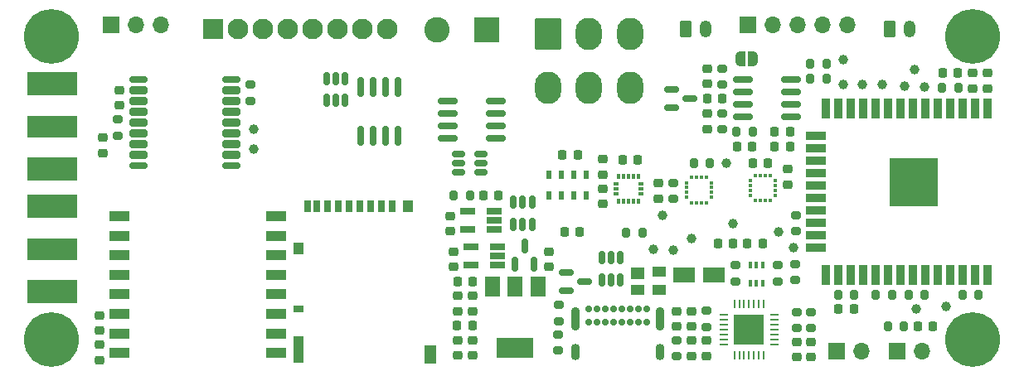
<source format=gbr>
%TF.GenerationSoftware,KiCad,Pcbnew,(6.0.1-0)*%
%TF.CreationDate,2022-03-21T22:53:49+00:00*%
%TF.ProjectId,PickleRick,5069636b-6c65-4526-9963-6b2e6b696361,rev?*%
%TF.SameCoordinates,Original*%
%TF.FileFunction,Soldermask,Top*%
%TF.FilePolarity,Negative*%
%FSLAX46Y46*%
G04 Gerber Fmt 4.6, Leading zero omitted, Abs format (unit mm)*
G04 Created by KiCad (PCBNEW (6.0.1-0)) date 2022-03-21 22:53:49*
%MOMM*%
%LPD*%
G01*
G04 APERTURE LIST*
G04 Aperture macros list*
%AMRoundRect*
0 Rectangle with rounded corners*
0 $1 Rounding radius*
0 $2 $3 $4 $5 $6 $7 $8 $9 X,Y pos of 4 corners*
0 Add a 4 corners polygon primitive as box body*
4,1,4,$2,$3,$4,$5,$6,$7,$8,$9,$2,$3,0*
0 Add four circle primitives for the rounded corners*
1,1,$1+$1,$2,$3*
1,1,$1+$1,$4,$5*
1,1,$1+$1,$6,$7*
1,1,$1+$1,$8,$9*
0 Add four rect primitives between the rounded corners*
20,1,$1+$1,$2,$3,$4,$5,0*
20,1,$1+$1,$4,$5,$6,$7,0*
20,1,$1+$1,$6,$7,$8,$9,0*
20,1,$1+$1,$8,$9,$2,$3,0*%
%AMFreePoly0*
4,1,22,0.500000,-0.750000,0.000000,-0.750000,0.000000,-0.745033,-0.079941,-0.743568,-0.215256,-0.701293,-0.333266,-0.622738,-0.424486,-0.514219,-0.481581,-0.384460,-0.499164,-0.250000,-0.500000,-0.250000,-0.500000,0.250000,-0.499164,0.250000,-0.499963,0.256109,-0.478152,0.396186,-0.417904,0.524511,-0.324060,0.630769,-0.204165,0.706417,-0.067858,0.745374,0.000000,0.744959,0.000000,0.750000,
0.500000,0.750000,0.500000,-0.750000,0.500000,-0.750000,$1*%
%AMFreePoly1*
4,1,20,0.000000,0.744959,0.073905,0.744508,0.209726,0.703889,0.328688,0.626782,0.421226,0.519385,0.479903,0.390333,0.500000,0.250000,0.500000,-0.250000,0.499851,-0.262216,0.476331,-0.402017,0.414519,-0.529596,0.319384,-0.634700,0.198574,-0.708877,0.061801,-0.746166,0.000000,-0.745033,0.000000,-0.750000,-0.500000,-0.750000,-0.500000,0.750000,0.000000,0.750000,0.000000,0.744959,
0.000000,0.744959,$1*%
G04 Aperture macros list end*
%ADD10R,2.100000X2.100000*%
%ADD11C,2.100000*%
%ADD12R,2.000000X1.000000*%
%ADD13RoundRect,0.175000X0.725000X0.175000X-0.725000X0.175000X-0.725000X-0.175000X0.725000X-0.175000X0*%
%ADD14RoundRect,0.200000X0.700000X0.200000X-0.700000X0.200000X-0.700000X-0.200000X0.700000X-0.200000X0*%
%ADD15R,0.550000X0.950000*%
%ADD16RoundRect,0.200000X-0.275000X0.200000X-0.275000X-0.200000X0.275000X-0.200000X0.275000X0.200000X0*%
%ADD17R,5.000000X5.000000*%
%ADD18R,0.900000X2.000000*%
%ADD19R,2.000000X0.900000*%
%ADD20RoundRect,0.200000X0.275000X-0.200000X0.275000X0.200000X-0.275000X0.200000X-0.275000X-0.200000X0*%
%ADD21RoundRect,0.225000X-0.225000X-0.250000X0.225000X-0.250000X0.225000X0.250000X-0.225000X0.250000X0*%
%ADD22RoundRect,0.225000X-0.250000X0.225000X-0.250000X-0.225000X0.250000X-0.225000X0.250000X0.225000X0*%
%ADD23C,1.000000*%
%ADD24R,2.200000X1.600000*%
%ADD25RoundRect,0.218750X0.256250X-0.218750X0.256250X0.218750X-0.256250X0.218750X-0.256250X-0.218750X0*%
%ADD26RoundRect,0.225000X0.250000X-0.225000X0.250000X0.225000X-0.250000X0.225000X-0.250000X-0.225000X0*%
%ADD27RoundRect,0.225000X0.225000X0.250000X-0.225000X0.250000X-0.225000X-0.250000X0.225000X-0.250000X0*%
%ADD28RoundRect,0.200000X0.200000X0.275000X-0.200000X0.275000X-0.200000X-0.275000X0.200000X-0.275000X0*%
%ADD29R,1.000000X2.800000*%
%ADD30R,1.000000X1.200000*%
%ADD31R,1.300000X1.900000*%
%ADD32R,1.000000X0.800000*%
%ADD33R,0.700000X1.200000*%
%ADD34RoundRect,0.150000X-0.150000X0.825000X-0.150000X-0.825000X0.150000X-0.825000X0.150000X0.825000X0*%
%ADD35RoundRect,0.200000X-0.200000X-0.275000X0.200000X-0.275000X0.200000X0.275000X-0.200000X0.275000X0*%
%ADD36R,1.700000X1.700000*%
%ADD37O,1.700000X1.700000*%
%ADD38RoundRect,0.150000X-0.587500X-0.150000X0.587500X-0.150000X0.587500X0.150000X-0.587500X0.150000X0*%
%ADD39RoundRect,0.150000X-0.150000X0.512500X-0.150000X-0.512500X0.150000X-0.512500X0.150000X0.512500X0*%
%ADD40R,5.080000X2.290000*%
%ADD41R,5.080000X2.420000*%
%ADD42R,1.560000X0.650000*%
%ADD43R,1.400000X1.000000*%
%ADD44R,1.400000X1.200000*%
%ADD45C,5.600000*%
%ADD46RoundRect,0.250001X-1.099999X-1.399999X1.099999X-1.399999X1.099999X1.399999X-1.099999X1.399999X0*%
%ADD47O,2.700000X3.300000*%
%ADD48RoundRect,0.250000X-0.350000X-0.625000X0.350000X-0.625000X0.350000X0.625000X-0.350000X0.625000X0*%
%ADD49O,1.200000X1.750000*%
%ADD50C,0.700000*%
%ADD51O,0.900000X1.700000*%
%ADD52O,0.900000X2.400000*%
%ADD53R,0.254000X0.900000*%
%ADD54R,0.900000X0.254000*%
%ADD55R,3.100000X3.100000*%
%ADD56RoundRect,0.150000X0.825000X0.150000X-0.825000X0.150000X-0.825000X-0.150000X0.825000X-0.150000X0*%
%ADD57R,0.300000X0.450000*%
%ADD58R,0.450000X0.300000*%
%ADD59RoundRect,0.150000X0.150000X-0.587500X0.150000X0.587500X-0.150000X0.587500X-0.150000X-0.587500X0*%
%ADD60FreePoly0,0.000000*%
%ADD61FreePoly1,0.000000*%
%ADD62RoundRect,0.218750X-0.256250X0.218750X-0.256250X-0.218750X0.256250X-0.218750X0.256250X0.218750X0*%
%ADD63R,0.490000X0.350000*%
%ADD64R,0.350000X0.490000*%
%ADD65R,2.600000X2.600000*%
%ADD66C,2.600000*%
%ADD67RoundRect,0.150000X0.512500X0.150000X-0.512500X0.150000X-0.512500X-0.150000X0.512500X-0.150000X0*%
%ADD68RoundRect,0.218750X0.218750X0.256250X-0.218750X0.256250X-0.218750X-0.256250X0.218750X-0.256250X0*%
%ADD69R,0.400000X0.650000*%
%ADD70R,1.500000X2.000000*%
%ADD71R,3.800000X2.000000*%
%ADD72RoundRect,0.150000X0.150000X-0.512500X0.150000X0.512500X-0.150000X0.512500X-0.150000X-0.512500X0*%
G04 APERTURE END LIST*
D10*
%TO.C,J6*%
X119450000Y-62280000D03*
D11*
X121990000Y-62280000D03*
X124530000Y-62280000D03*
X127070000Y-62280000D03*
X129610000Y-62280000D03*
X132150000Y-62280000D03*
X134690000Y-62280000D03*
X137230000Y-62280000D03*
%TD*%
D12*
%TO.C,U19*%
X125900000Y-95375000D03*
X125900000Y-93375000D03*
X125900000Y-91375000D03*
X125900000Y-89375000D03*
X125900000Y-87375000D03*
X125900000Y-85375000D03*
X125900000Y-83375000D03*
X125900000Y-81375000D03*
X109900000Y-81375000D03*
X109900000Y-83375000D03*
X109900000Y-85375000D03*
X109900000Y-87375000D03*
X109900000Y-89375000D03*
X109900000Y-91375000D03*
X109900000Y-93375000D03*
X109900000Y-95375000D03*
%TD*%
D13*
%TO.C,U17*%
X121360000Y-76170000D03*
D14*
X121360000Y-75070000D03*
X121360000Y-73970000D03*
X121360000Y-72870000D03*
X121360000Y-71770000D03*
X121360000Y-70670000D03*
X121360000Y-69570000D03*
X121360000Y-68470000D03*
D13*
X121360000Y-67370000D03*
X111860000Y-67370000D03*
D14*
X111860000Y-68470000D03*
X111860000Y-69570000D03*
X111860000Y-70670000D03*
X111860000Y-71770000D03*
X111860000Y-72870000D03*
X111860000Y-73970000D03*
X111860000Y-75070000D03*
D13*
X111860000Y-76170000D03*
%TD*%
D15*
%TO.C,U3*%
X157550000Y-77125000D03*
X156300000Y-77125000D03*
X155050000Y-77125000D03*
X153800000Y-77125000D03*
X153800000Y-79275000D03*
X155050000Y-79275000D03*
X156300000Y-79275000D03*
X157550000Y-79275000D03*
%TD*%
D16*
%TO.C,R43*%
X109700000Y-71500000D03*
X109700000Y-73150000D03*
%TD*%
D17*
%TO.C,U2*%
X191045000Y-77880000D03*
D18*
X198545000Y-87380000D03*
X197275000Y-87380000D03*
X196005000Y-87380000D03*
X194735000Y-87380000D03*
X193465000Y-87380000D03*
X192195000Y-87380000D03*
X190925000Y-87380000D03*
X189655000Y-87380000D03*
X188385000Y-87380000D03*
X187115000Y-87380000D03*
X185845000Y-87380000D03*
X184575000Y-87380000D03*
X183305000Y-87380000D03*
X182035000Y-87380000D03*
D19*
X181035000Y-84595000D03*
X181035000Y-83325000D03*
X181035000Y-82055000D03*
X181035000Y-80785000D03*
X181035000Y-79515000D03*
X181035000Y-78245000D03*
X181035000Y-76975000D03*
X181035000Y-75705000D03*
X181035000Y-74435000D03*
X181035000Y-73165000D03*
D18*
X182035000Y-70380000D03*
X183305000Y-70380000D03*
X184575000Y-70380000D03*
X185845000Y-70380000D03*
X187115000Y-70380000D03*
X188385000Y-70380000D03*
X189655000Y-70380000D03*
X190925000Y-70380000D03*
X192195000Y-70380000D03*
X193465000Y-70380000D03*
X194735000Y-70380000D03*
X196005000Y-70380000D03*
X197275000Y-70380000D03*
X198545000Y-70380000D03*
%TD*%
D20*
%TO.C,R42*%
X123300000Y-69575000D03*
X123300000Y-67925000D03*
%TD*%
%TO.C,R49*%
X171420000Y-67920359D03*
X171420000Y-66270359D03*
%TD*%
D21*
%TO.C,C1*%
X193975000Y-66710000D03*
X195525000Y-66710000D03*
%TD*%
D22*
%TO.C,C5*%
X198520000Y-66765000D03*
X198520000Y-68315000D03*
%TD*%
D23*
%TO.C,TP15*%
X166500000Y-84850000D03*
%TD*%
D24*
%TO.C,C30*%
X167600000Y-87370000D03*
X170600000Y-87370000D03*
%TD*%
D23*
%TO.C,TP6*%
X194340000Y-90630000D03*
%TD*%
D25*
%TO.C,D1*%
X179055000Y-95795000D03*
X179055000Y-94220000D03*
%TD*%
D26*
%TO.C,C35*%
X107890000Y-96075000D03*
X107890000Y-94525000D03*
%TD*%
D27*
%TO.C,C6*%
X156700000Y-75150000D03*
X155150000Y-75150000D03*
%TD*%
%TO.C,C11*%
X172550000Y-84130000D03*
X171000000Y-84130000D03*
%TD*%
D28*
%TO.C,R3*%
X195575000Y-68220000D03*
X193925000Y-68220000D03*
%TD*%
D23*
%TO.C,TP12*%
X172550000Y-82150000D03*
%TD*%
D16*
%TO.C,R1*%
X172770000Y-86385000D03*
X172770000Y-88035000D03*
%TD*%
D29*
%TO.C,J4*%
X128175000Y-95025000D03*
D30*
X139325000Y-80375000D03*
D31*
X141675000Y-95475000D03*
D30*
X128175000Y-84675000D03*
D32*
X128175000Y-90875000D03*
D33*
X129125000Y-80375000D03*
X130075000Y-80375000D03*
X131175000Y-80375000D03*
X132275000Y-80375000D03*
X133375000Y-80375000D03*
X134475000Y-80375000D03*
X135575000Y-80375000D03*
X136675000Y-80375000D03*
X137775000Y-80375000D03*
%TD*%
D23*
%TO.C,TP14*%
X177250000Y-83000000D03*
%TD*%
D34*
%TO.C,Q7*%
X138370000Y-68200000D03*
X137100000Y-68200000D03*
X135830000Y-68200000D03*
X134560000Y-68200000D03*
X134560000Y-73150000D03*
X135830000Y-73150000D03*
X137100000Y-73150000D03*
X138370000Y-73150000D03*
%TD*%
D23*
%TO.C,TP26*%
X190080000Y-68120000D03*
%TD*%
D35*
%TO.C,R17*%
X187145000Y-89400000D03*
X188795000Y-89400000D03*
%TD*%
D25*
%TO.C,D3*%
X145950000Y-95625000D03*
X145950000Y-94050000D03*
%TD*%
D27*
%TO.C,C23*%
X156930000Y-82960000D03*
X155380000Y-82960000D03*
%TD*%
D36*
%TO.C,J3*%
X183125000Y-95200000D03*
D37*
X185665000Y-95200000D03*
%TD*%
D38*
%TO.C,Q10*%
X155512500Y-87125000D03*
X155512500Y-89025000D03*
X157387500Y-88075000D03*
%TD*%
D35*
%TO.C,R15*%
X145675000Y-79225000D03*
X144025000Y-79225000D03*
%TD*%
D28*
%TO.C,R20*%
X170205000Y-75993500D03*
X168555000Y-75993500D03*
%TD*%
D16*
%TO.C,R7*%
X179035000Y-91170000D03*
X179035000Y-92820000D03*
%TD*%
D39*
%TO.C,U15*%
X152025000Y-79912500D03*
X151075000Y-79912500D03*
X150125000Y-79912500D03*
X150125000Y-82187500D03*
X151075000Y-82187500D03*
X152025000Y-82187500D03*
%TD*%
D22*
%TO.C,C15*%
X164970000Y-78008500D03*
X164970000Y-79558500D03*
%TD*%
D40*
%TO.C,J18*%
X103020000Y-84720000D03*
D41*
X103020000Y-80340000D03*
X103020000Y-89100000D03*
%TD*%
D26*
%TO.C,C32*%
X169850000Y-95650000D03*
X169850000Y-94100000D03*
%TD*%
D23*
%TO.C,TP24*%
X183800000Y-67925000D03*
%TD*%
D35*
%TO.C,R41*%
X172930000Y-72750000D03*
X174580000Y-72750000D03*
%TD*%
D22*
%TO.C,C29*%
X108190000Y-73365000D03*
X108190000Y-74915000D03*
%TD*%
%TO.C,C13*%
X159230000Y-75563500D03*
X159230000Y-77113500D03*
%TD*%
D36*
%TO.C,J10*%
X109070000Y-61850000D03*
D37*
X111610000Y-61850000D03*
X114150000Y-61850000D03*
%TD*%
D22*
%TO.C,C24*%
X153750000Y-84975000D03*
X153750000Y-86525000D03*
%TD*%
D42*
%TO.C,U11*%
X148175000Y-82750000D03*
X148175000Y-81800000D03*
X148175000Y-80850000D03*
X145475000Y-80850000D03*
X145475000Y-82750000D03*
%TD*%
D43*
%TO.C,D20*%
X165025000Y-87050000D03*
X165025000Y-88950000D03*
X162825000Y-88950000D03*
D44*
X162825000Y-87230000D03*
%TD*%
D28*
%TO.C,R40*%
X182095000Y-67310000D03*
X180445000Y-67310000D03*
%TD*%
D26*
%TO.C,C26*%
X144430000Y-91095000D03*
X144430000Y-89545000D03*
%TD*%
D23*
%TO.C,TP11*%
X165400000Y-81300000D03*
%TD*%
%TO.C,TP28*%
X123600000Y-74500000D03*
%TD*%
D20*
%TO.C,R5*%
X178925000Y-87900000D03*
X178925000Y-86250000D03*
%TD*%
D26*
%TO.C,C18*%
X178150000Y-78128873D03*
X178150000Y-76578873D03*
%TD*%
D16*
%TO.C,R47*%
X166830000Y-94060000D03*
X166830000Y-95710000D03*
%TD*%
D45*
%TO.C,H3*%
X197000000Y-94000000D03*
%TD*%
D27*
%TO.C,C20*%
X148625000Y-79225000D03*
X147075000Y-79225000D03*
%TD*%
D23*
%TO.C,TP21*%
X185800000Y-67900000D03*
%TD*%
D46*
%TO.C,J1*%
X153660000Y-62790000D03*
D47*
X157860000Y-62790000D03*
X162060000Y-62790000D03*
X153660000Y-68290000D03*
X157860000Y-68290000D03*
X162060000Y-68290000D03*
%TD*%
D48*
%TO.C,J11*%
X188570000Y-62250000D03*
D49*
X190570000Y-62250000D03*
%TD*%
D23*
%TO.C,TP5*%
X178750000Y-84550000D03*
%TD*%
D26*
%TO.C,C34*%
X107890000Y-93065000D03*
X107890000Y-91515000D03*
%TD*%
D20*
%TO.C,R19*%
X166480000Y-79608500D03*
X166480000Y-77958500D03*
%TD*%
D50*
%TO.C,J17*%
X157795000Y-90865000D03*
X158645000Y-90865000D03*
X159495000Y-90865000D03*
X160345000Y-90865000D03*
X161195000Y-90865000D03*
X162045000Y-90865000D03*
X162895000Y-90865000D03*
X163745000Y-90865000D03*
X163745000Y-92215000D03*
X162895000Y-92215000D03*
X162045000Y-92215000D03*
X161195000Y-92215000D03*
X160345000Y-92215000D03*
X159495000Y-92215000D03*
X158645000Y-92215000D03*
X157795000Y-92215000D03*
D51*
X165095000Y-95225000D03*
D52*
X156445000Y-91845000D03*
D51*
X156445000Y-95225000D03*
D52*
X165095000Y-91845000D03*
%TD*%
D20*
%TO.C,R18*%
X179025000Y-82900000D03*
X179025000Y-81250000D03*
%TD*%
D36*
%TO.C,J12*%
X174100000Y-61850000D03*
D37*
X176640000Y-61850000D03*
X179180000Y-61850000D03*
X181720000Y-61850000D03*
X184260000Y-61850000D03*
%TD*%
D53*
%TO.C,U18*%
X175690000Y-90380000D03*
X175190000Y-90380000D03*
X174690000Y-90380000D03*
X174190000Y-90380000D03*
X173690000Y-90380000D03*
X173190000Y-90380000D03*
X172690000Y-90380000D03*
D54*
X171600000Y-91470000D03*
X171600000Y-91970000D03*
X171600000Y-92470000D03*
X171600000Y-92970000D03*
X171600000Y-93470000D03*
X171600000Y-93970000D03*
X171600000Y-94470000D03*
D53*
X172690000Y-95560000D03*
X173190000Y-95560000D03*
X173690000Y-95560000D03*
X174190000Y-95560000D03*
X174690000Y-95560000D03*
X175190000Y-95560000D03*
X175690000Y-95560000D03*
D54*
X176780000Y-94470000D03*
X176780000Y-93970000D03*
X176780000Y-93470000D03*
X176780000Y-92970000D03*
X176780000Y-92470000D03*
X176780000Y-91970000D03*
X176780000Y-91470000D03*
D55*
X174190000Y-92970000D03*
%TD*%
D25*
%TO.C,D4*%
X144440000Y-94050000D03*
X144440000Y-95625000D03*
%TD*%
D56*
%TO.C,U1*%
X178505000Y-71175000D03*
X178505000Y-69905000D03*
X178505000Y-68635000D03*
X178505000Y-67365000D03*
X173555000Y-67365000D03*
X173555000Y-68635000D03*
X173555000Y-69905000D03*
X173555000Y-71175000D03*
%TD*%
D57*
%TO.C,U7*%
X168360000Y-79978500D03*
X168860000Y-79978500D03*
X169360000Y-79978500D03*
X169860000Y-79978500D03*
D58*
X170385000Y-79453500D03*
X170385000Y-78953500D03*
X170385000Y-78453500D03*
X170385000Y-77953500D03*
D57*
X169860000Y-77428500D03*
X169360000Y-77428500D03*
X168860000Y-77428500D03*
X168360000Y-77428500D03*
D58*
X167835000Y-77953500D03*
X167835000Y-78453500D03*
X167835000Y-78953500D03*
X167835000Y-79453500D03*
%TD*%
D59*
%TO.C,Q9*%
X150325000Y-86287500D03*
X152225000Y-86287500D03*
X151275000Y-84412500D03*
%TD*%
D23*
%TO.C,TP25*%
X192100000Y-68160000D03*
%TD*%
D27*
%TO.C,C37*%
X171444641Y-69375000D03*
X169894641Y-69375000D03*
%TD*%
D16*
%TO.C,R46*%
X169850000Y-91040000D03*
X169850000Y-92690000D03*
%TD*%
D21*
%TO.C,C12*%
X174020000Y-84130000D03*
X175570000Y-84130000D03*
%TD*%
D20*
%TO.C,R2*%
X177130000Y-88025000D03*
X177130000Y-86375000D03*
%TD*%
D25*
%TO.C,D2*%
X180555000Y-95795000D03*
X180555000Y-94220000D03*
%TD*%
D27*
%TO.C,C19*%
X145960000Y-88040000D03*
X144410000Y-88040000D03*
%TD*%
D23*
%TO.C,TP23*%
X183775000Y-65400000D03*
%TD*%
D20*
%TO.C,R45*%
X154720000Y-95120000D03*
X154720000Y-93470000D03*
%TD*%
D26*
%TO.C,C22*%
X143675000Y-82900000D03*
X143675000Y-81350000D03*
%TD*%
%TO.C,C33*%
X166830000Y-92640000D03*
X166830000Y-91090000D03*
%TD*%
D60*
%TO.C,JP1*%
X173280000Y-65250000D03*
D61*
X174580000Y-65250000D03*
%TD*%
D27*
%TO.C,C17*%
X176095000Y-75993500D03*
X174545000Y-75993500D03*
%TD*%
D45*
%TO.C,H4*%
X103000000Y-63000000D03*
%TD*%
D36*
%TO.C,J2*%
X189320000Y-95200000D03*
D37*
X191860000Y-95200000D03*
%TD*%
D56*
%TO.C,Q8*%
X148370000Y-73410000D03*
X148370000Y-72140000D03*
X148370000Y-70870000D03*
X148370000Y-69600000D03*
X143420000Y-69600000D03*
X143420000Y-70870000D03*
X143420000Y-72140000D03*
X143420000Y-73410000D03*
%TD*%
D45*
%TO.C,H1*%
X197000000Y-63000000D03*
%TD*%
D27*
%TO.C,C28*%
X178375000Y-74230000D03*
X176825000Y-74230000D03*
%TD*%
D62*
%TO.C,D21*%
X168330000Y-94095000D03*
X168330000Y-95670000D03*
%TD*%
D26*
%TO.C,C14*%
X159220000Y-80138500D03*
X159220000Y-78588500D03*
%TD*%
%TO.C,C38*%
X169902500Y-72450000D03*
X169902500Y-70900000D03*
%TD*%
D39*
%TO.C,U13*%
X132960000Y-67280000D03*
X132010000Y-67280000D03*
X131060000Y-67280000D03*
X131060000Y-69555000D03*
X132010000Y-69555000D03*
X132960000Y-69555000D03*
%TD*%
D23*
%TO.C,TP20*%
X187800000Y-67875000D03*
%TD*%
D63*
%TO.C,U8*%
X160630000Y-79071000D03*
X160630000Y-78571000D03*
X160630000Y-78071000D03*
D64*
X160890000Y-77311000D03*
X161390000Y-77311000D03*
X161890000Y-77311000D03*
X162390000Y-77311000D03*
X162890000Y-77311000D03*
D63*
X163150000Y-78071000D03*
X163150000Y-78571000D03*
X163150000Y-79071000D03*
D64*
X162890000Y-79831000D03*
X162390000Y-79831000D03*
X161890000Y-79831000D03*
X161390000Y-79831000D03*
X160890000Y-79831000D03*
%TD*%
D48*
%TO.C,J15*%
X167770000Y-62250000D03*
D49*
X169770000Y-62250000D03*
%TD*%
D40*
%TO.C,J16*%
X103030000Y-72190000D03*
D41*
X103030000Y-76570000D03*
X103030000Y-67810000D03*
%TD*%
D38*
%TO.C,D19*%
X166269641Y-68415359D03*
X166269641Y-70315359D03*
X168144641Y-69365359D03*
%TD*%
D21*
%TO.C,C2*%
X191400000Y-92625000D03*
X192950000Y-92625000D03*
%TD*%
D28*
%TO.C,R14*%
X163300000Y-83100000D03*
X161650000Y-83100000D03*
%TD*%
D26*
%TO.C,C21*%
X144000000Y-86550000D03*
X144000000Y-85000000D03*
%TD*%
D42*
%TO.C,U10*%
X148500000Y-86400000D03*
X148500000Y-85450000D03*
X148500000Y-84500000D03*
X145800000Y-84500000D03*
X145800000Y-86400000D03*
%TD*%
D35*
%TO.C,R12*%
X190475000Y-89400000D03*
X192125000Y-89400000D03*
%TD*%
D22*
%TO.C,C4*%
X197010000Y-66765000D03*
X197010000Y-68315000D03*
%TD*%
D21*
%TO.C,C3*%
X183340000Y-90890000D03*
X184890000Y-90890000D03*
%TD*%
D57*
%TO.C,U9*%
X174860000Y-79783500D03*
X175360000Y-79783500D03*
X175860000Y-79783500D03*
X176360000Y-79783500D03*
D58*
X176885000Y-79258500D03*
X176885000Y-78758500D03*
X176885000Y-78258500D03*
X176885000Y-77758500D03*
D57*
X176360000Y-77233500D03*
X175860000Y-77233500D03*
X175360000Y-77233500D03*
X174860000Y-77233500D03*
D58*
X174335000Y-77758500D03*
X174335000Y-78258500D03*
X174335000Y-78758500D03*
X174335000Y-79258500D03*
%TD*%
D26*
%TO.C,C25*%
X145940000Y-91090000D03*
X145940000Y-89540000D03*
%TD*%
D45*
%TO.C,H2*%
X103000000Y-94000000D03*
%TD*%
D35*
%TO.C,R4*%
X188350000Y-92625000D03*
X190000000Y-92625000D03*
%TD*%
D65*
%TO.C,J14*%
X147380000Y-62350000D03*
D66*
X142300000Y-62350000D03*
%TD*%
D23*
%TO.C,TP22*%
X164450000Y-84800000D03*
%TD*%
D67*
%TO.C,U14*%
X146787500Y-76890000D03*
X146787500Y-75940000D03*
X146787500Y-74990000D03*
X144512500Y-74990000D03*
X144512500Y-75940000D03*
X144512500Y-76890000D03*
%TD*%
D23*
%TO.C,TP3*%
X191120000Y-66380000D03*
%TD*%
D28*
%TO.C,R39*%
X182085000Y-65790000D03*
X180435000Y-65790000D03*
%TD*%
D27*
%TO.C,C16*%
X162825000Y-75578500D03*
X161275000Y-75578500D03*
%TD*%
D23*
%TO.C,TP8*%
X191290000Y-90870000D03*
%TD*%
D68*
%TO.C,D5*%
X145975000Y-92575000D03*
X144400000Y-92575000D03*
%TD*%
D35*
%TO.C,R6*%
X183290000Y-89380000D03*
X184940000Y-89380000D03*
%TD*%
D25*
%TO.C,L2*%
X109920000Y-70067500D03*
X109920000Y-68492500D03*
%TD*%
D23*
%TO.C,TP16*%
X171900000Y-75975000D03*
%TD*%
%TO.C,TP27*%
X123600000Y-72500000D03*
%TD*%
%TO.C,TP13*%
X168300000Y-83675000D03*
%TD*%
D26*
%TO.C,C31*%
X168340000Y-92640000D03*
X168340000Y-91090000D03*
%TD*%
D69*
%TO.C,Q1*%
X175600000Y-86370000D03*
X174950000Y-86370000D03*
X174300000Y-86370000D03*
X174300000Y-88270000D03*
X174950000Y-88270000D03*
X175600000Y-88270000D03*
%TD*%
D20*
%TO.C,R48*%
X171420000Y-72500000D03*
X171420000Y-70850000D03*
%TD*%
D22*
%TO.C,C39*%
X169900000Y-66300000D03*
X169900000Y-67850000D03*
%TD*%
D28*
%TO.C,R13*%
X197625000Y-89420000D03*
X195975000Y-89420000D03*
%TD*%
D21*
%TO.C,C27*%
X176825000Y-72720000D03*
X178375000Y-72720000D03*
%TD*%
D16*
%TO.C,R44*%
X154740000Y-90465000D03*
X154740000Y-92115000D03*
%TD*%
D21*
%TO.C,C36*%
X172985000Y-74260000D03*
X174535000Y-74260000D03*
%TD*%
D16*
%TO.C,R8*%
X180545000Y-91170000D03*
X180545000Y-92820000D03*
%TD*%
D70*
%TO.C,U12*%
X152620000Y-88550000D03*
D71*
X150320000Y-94850000D03*
D70*
X150320000Y-88550000D03*
X148020000Y-88550000D03*
%TD*%
D72*
%TO.C,U16*%
X159150000Y-87912500D03*
X160100000Y-87912500D03*
X161050000Y-87912500D03*
X161050000Y-85637500D03*
X160100000Y-85637500D03*
X159150000Y-85637500D03*
%TD*%
M02*

</source>
